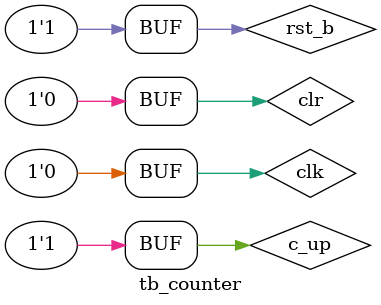
<source format=v>
module counter #(
	parameter width = 8,
	parameter initValue = 8'hff
)(
	input clk,
	input rst_b, //asincron, activ la 0 -> aduce continutul la valoarea initiala
	input c_up, // sincron, activ la 1, incrementeaza continutul
	input clr, // sincron, activ la 1, seteaza continutul la valoarea iniyiala, are prioritate mai mare decat c_up
	output reg [width - 1 : 0] q
);


//blocul asincron

always @(posedge clk or negedge rst_b) begin
	if(!rst_b) 
		q<= initValue;  //reset la valoarea initiala daca rst_b == 0
	else if(clr)
		q <= initValue; //reset la valoarea initiala daca clr este 1, cu prioritate mai mare decat c_up
	else if(c_up)
		q <= q + 1;
			
end

endmodule

`timescale 1ns/1ps;

module tb_counter;

	parameter width = 8;
	parameter initValue = 8'hff;
	
	reg clk, rst_b, c_up, clr;
	wire [width - 1 : 0] q;

counter #(
	.width(width),
        .initValue(initValue)
) uut (
        .clk(clk),
        .rst_b(rst_b),
        .c_up(c_up),
        .clr(clr),
        .q(q)
    );

localparam CLK_PERIOD = 100;
	localparam RUNNING_CYCLES = 7;
	initial begin
		clk = 1'b0;
		repeat (2 * RUNNING_CYCLES) #(CLK_PERIOD / 2) clk = ~clk;
	end

	localparam RST_DURATION = 5;
	initial begin
		rst_b = 1'b0;
		#RST_DURATION rst_b = 1'b1;
	end

	initial begin
		$display("Time\tclk\trst_b\tc_up\tclr\tq");
		$monitor("%0t\t%b\t%b\t%b\t%b\t%0d", $time, clk, rst_b, c_up, clr, q);
		clr = 1'b0;
		c_up = 1'b1;
		#200
		clr = 1'b1;
		#100
		clr = 1'b0;
		#100
		c_up = 1'b0;
		#100
		c_up = 1'b1;
	end

	
endmodule

</source>
